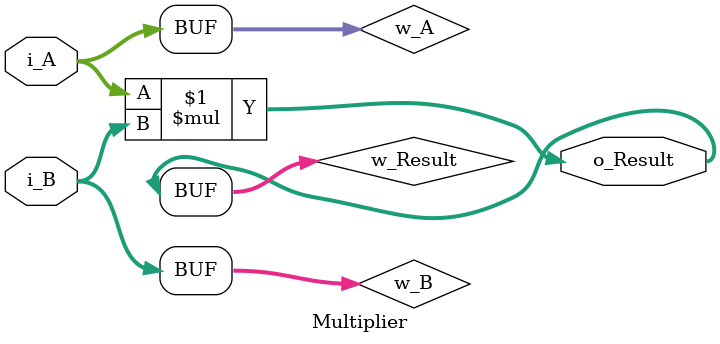
<source format=v>
`timescale 1ns / 1ps


module Multiplier(
    input [7:0] i_A,
    input [7:0] i_B,
    output [15:0] o_Result
    );
    
    wire [7:0] w_A;
    wire [7:0] w_B;
    wire [15:0] w_Result;
    assign w_A = i_A;
    assign w_B = i_B;
    assign w_Result = w_A * w_B;
    assign o_Result = w_Result;
endmodule

</source>
